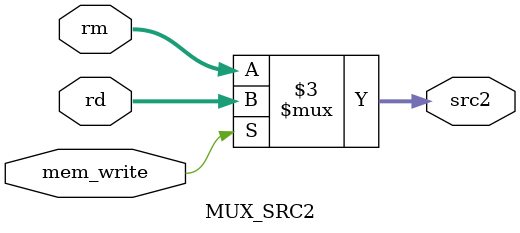
<source format=v>

module REG_FILE(val_rn,val_rm,clk,rst,src1,src2,wb_dest,wb_value,wb_wb_en);
	output [31:0]val_rn,val_rm;
	input [31:0]wb_value;
	input [3:0]src1,src2,wb_dest;
	input clk,rst,wb_wb_en;

	reg [31:0]register[0:14];
	integer i;
	initial begin
		for (i = 0; i < 15; i=i+1)
			register[i] = i;
	end
		
	assign val_rn = register[src1];
	assign val_rm = register[src2];

	always @(negedge clk or posedge rst) begin
		if (rst) begin
			for (i = 0; i < 15; i=i+1)
				register[i] <= i;
		end
		else if(wb_wb_en)
			register[wb_dest] <= wb_value;
	end
endmodule


module CONTROL(exe_cmd,mem_read,mem_write,wb_en,b,s,opcode,s_in,mode,or_out);
	output reg[3:0]exe_cmd;
	output mem_read,mem_write,wb_en,b,s;
	input [3:0]opcode;
	input [1:0]mode;
	input s_in,or_out;
	
	reg [4:0]signal;
	assign {mem_read,mem_write,wb_en,b,s}=signal;

	always @(*) begin
		if(or_out) begin signal=5'b0; exe_cmd=4'b0; end 
			else if(mode==2'b10) begin signal={5'b00010}; exe_cmd=4'bxxxx; end	//b
				else case({mode,opcode})
					6'b00_1101: begin signal={4'b0010,s_in}; exe_cmd=4'b0001; end	//mov
					6'b00_1111: begin signal={4'b0010,s_in}; exe_cmd=4'b1001; end	//mvn
					6'b00_0100: begin signal={4'b0010,s_in}; exe_cmd=4'b0010; end	//add
					6'b00_0101: begin signal={4'b0010,s_in}; exe_cmd=4'b0011; end	//adc
					6'b00_0010: begin signal={4'b0010,s_in}; exe_cmd=4'b0100; end	//sub
					6'b00_0110: begin signal={4'b0010,s_in}; exe_cmd=4'b0101; end	//sbc
					6'b00_0000: begin signal={4'b0010,s_in}; exe_cmd=4'b0110; end	//and
					6'b00_1100: begin signal={4'b0010,s_in}; exe_cmd=4'b0111; end	//orr
					6'b00_0001: begin signal={4'b0010,s_in}; exe_cmd=4'b1000; end	//eor
					6'b00_1010: begin signal={5'b00001}; exe_cmd=4'b0100; end	//cmp
					6'b00_1000: begin signal={5'b00001}; exe_cmd=4'b0110; end	//tst
					6'b01_0100: begin signal={s_in,~s_in,s_in,2'b00}; exe_cmd=4'b0010; end     //ldr,str
					default: begin signal=5'b0; exe_cmd=4'b0; end
				endcase
	end
endmodule


module CONDITION_CHECK(cond_out,cond,status);
	output reg cond_out;
	input [3:0]status;
	input [3:0]cond;

	wire n,z,c,v;
	assign {n,z,c,v}=status;

	always @(*) begin
		case(cond)
			4'b0000: if(z) cond_out=1'b1; else cond_out=1'b0;
			4'b0001: if(~z) cond_out=1'b1; else cond_out=1'b0;
			4'b0010: if(c) cond_out=1'b1; else cond_out=1'b0;
			4'b0011: if(~c) cond_out=1'b1; else cond_out=1'b0;
			4'b0100: if(n) cond_out=1'b1; else cond_out=1'b0;
			4'b0101: if(~n) cond_out=1'b1; else cond_out=1'b0;
			4'b0110: if(v) cond_out=1'b1; else cond_out=1'b0;
			4'b0111: if(~v) cond_out=1'b1; else cond_out=1'b0;
			4'b1000: if(c & ~z) cond_out=1'b1; else cond_out=1'b0;
			4'b1001: if(~c & z) cond_out=1'b1; else cond_out=1'b0;
			4'b1010: if(n==v) cond_out=1'b1; else cond_out=1'b0;
			4'b1011: if(n!=v) cond_out=1'b1; else cond_out=1'b0;
			4'b1100: if(~z & (n==v)) cond_out=1'b1; else cond_out=1'b0;
			4'b1101: if(z | (n!=v)) cond_out=1'b1; else cond_out=1'b0;
			4'b1110: cond_out=1'b1;
			default: cond_out=1'b1;
		endcase
	end
endmodule


module MUX_SRC2(src2,rm,rd,mem_write);
	output [3:0]src2;
	input [3:0]rm,rd;
	input mem_write;

	assign src2=(mem_write)? rd : rm;
endmodule

</source>
